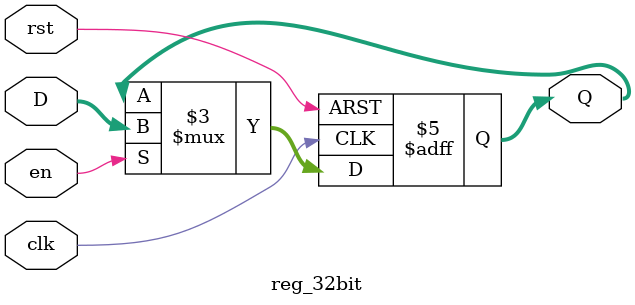
<source format=sv>
module reg_32bit(input clk,rst,en,
				input [31:0]D,
				output logic [31:0]Q);
	always_ff@(posedge clk or posedge rst)
		if(rst) Q = 32'h00;
		else 
			if(en) Q=D;
endmodule
</source>
